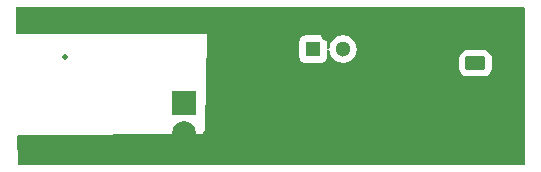
<source format=gbr>
%TF.GenerationSoftware,KiCad,Pcbnew,9.0.5*%
%TF.CreationDate,2025-10-22T19:19:06+02:00*%
%TF.ProjectId,Sonda Fetprobe,536f6e64-6120-4466-9574-70726f62652e,rev?*%
%TF.SameCoordinates,Original*%
%TF.FileFunction,Copper,L3,Inr*%
%TF.FilePolarity,Positive*%
%FSLAX46Y46*%
G04 Gerber Fmt 4.6, Leading zero omitted, Abs format (unit mm)*
G04 Created by KiCad (PCBNEW 9.0.5) date 2025-10-22 19:19:06*
%MOMM*%
%LPD*%
G01*
G04 APERTURE LIST*
G04 Aperture macros list*
%AMRoundRect*
0 Rectangle with rounded corners*
0 $1 Rounding radius*
0 $2 $3 $4 $5 $6 $7 $8 $9 X,Y pos of 4 corners*
0 Add a 4 corners polygon primitive as box body*
4,1,4,$2,$3,$4,$5,$6,$7,$8,$9,$2,$3,0*
0 Add four circle primitives for the rounded corners*
1,1,$1+$1,$2,$3*
1,1,$1+$1,$4,$5*
1,1,$1+$1,$6,$7*
1,1,$1+$1,$8,$9*
0 Add four rect primitives between the rounded corners*
20,1,$1+$1,$2,$3,$4,$5,0*
20,1,$1+$1,$4,$5,$6,$7,0*
20,1,$1+$1,$6,$7,$8,$9,0*
20,1,$1+$1,$8,$9,$2,$3,0*%
G04 Aperture macros list end*
%TA.AperFunction,ComponentPad*%
%ADD10R,1.300000X1.300000*%
%TD*%
%TA.AperFunction,ComponentPad*%
%ADD11C,1.300000*%
%TD*%
%TA.AperFunction,ComponentPad*%
%ADD12RoundRect,0.250000X0.625000X-0.350000X0.625000X0.350000X-0.625000X0.350000X-0.625000X-0.350000X0*%
%TD*%
%TA.AperFunction,ComponentPad*%
%ADD13O,1.750000X1.200000*%
%TD*%
%TA.AperFunction,ComponentPad*%
%ADD14R,2.000000X2.000000*%
%TD*%
%TA.AperFunction,ComponentPad*%
%ADD15C,2.000000*%
%TD*%
%TA.AperFunction,ViaPad*%
%ADD16C,0.500000*%
%TD*%
G04 APERTURE END LIST*
D10*
%TO.N,+9V*%
%TO.C,U1*%
X153200000Y-84290000D03*
D11*
%TO.N,GND*%
X154470000Y-83020000D03*
%TO.N,Net-(D2-K)*%
X155740000Y-84290000D03*
%TD*%
D12*
%TO.N,Net-(D2-A)*%
%TO.C,J2*%
X166950000Y-85500000D03*
D13*
%TO.N,GND*%
X166950000Y-83500000D03*
%TD*%
D14*
%TO.N,Net-(J1-Pin_1)*%
%TO.C,J1*%
X142280000Y-88850000D03*
D15*
%TO.N,GND*%
X142280000Y-91390000D03*
%TD*%
D16*
%TO.N,Net-(C1-Pad1)*%
X132200000Y-84947500D03*
%TO.N,GND*%
X140100000Y-81300000D03*
X136100000Y-81300000D03*
X132200000Y-81300000D03*
X144100000Y-91400000D03*
X133850000Y-82700000D03*
X132460000Y-92890000D03*
X129280000Y-92910000D03*
X147000000Y-82300000D03*
X138100000Y-81300000D03*
X142300000Y-93100000D03*
X170150000Y-90560000D03*
X142211118Y-81214466D03*
X143450000Y-82150000D03*
X166950000Y-82200000D03*
X157600000Y-81650000D03*
X154500000Y-81700000D03*
X148570000Y-81300000D03*
X150800000Y-83050000D03*
X138350000Y-92900000D03*
X150680000Y-92350000D03*
X134500000Y-93450000D03*
X168500000Y-83500000D03*
X167100000Y-90550000D03*
X165350000Y-83550000D03*
X130580000Y-82650000D03*
X136550000Y-92900000D03*
X128744072Y-82281111D03*
X130890000Y-92910000D03*
X140050000Y-92900000D03*
X154470000Y-85700000D03*
X157650000Y-90500000D03*
%TD*%
%TA.AperFunction,Conductor*%
%TO.N,GND*%
G36*
X171092539Y-80720185D02*
G01*
X171138294Y-80772989D01*
X171149500Y-80824500D01*
X171149500Y-93975500D01*
X171129815Y-94042539D01*
X171077011Y-94088294D01*
X171025500Y-94099500D01*
X128303021Y-94099500D01*
X128235982Y-94079815D01*
X128190227Y-94027011D01*
X128179022Y-93975917D01*
X128171251Y-91663160D01*
X128190710Y-91596054D01*
X128243360Y-91550122D01*
X128294973Y-91538743D01*
X144028355Y-91503966D01*
X144132764Y-86600498D01*
X144196821Y-83592135D01*
X152049500Y-83592135D01*
X152049500Y-84987870D01*
X152049501Y-84987876D01*
X152055908Y-85047483D01*
X152106202Y-85182328D01*
X152106206Y-85182335D01*
X152192452Y-85297544D01*
X152192455Y-85297547D01*
X152307664Y-85383793D01*
X152307671Y-85383797D01*
X152442517Y-85434091D01*
X152442516Y-85434091D01*
X152449444Y-85434835D01*
X152502127Y-85440500D01*
X153897872Y-85440499D01*
X153957483Y-85434091D01*
X154092331Y-85383796D01*
X154207546Y-85297546D01*
X154293796Y-85182331D01*
X154344091Y-85047483D01*
X154350500Y-84987873D01*
X154350499Y-84447125D01*
X154370183Y-84380089D01*
X154422987Y-84334334D01*
X154492146Y-84324390D01*
X154555702Y-84353415D01*
X154593476Y-84412193D01*
X154596972Y-84427729D01*
X154617829Y-84559410D01*
X154673787Y-84731636D01*
X154673788Y-84731639D01*
X154756006Y-84892997D01*
X154862441Y-85039494D01*
X154862445Y-85039499D01*
X154990500Y-85167554D01*
X154990505Y-85167558D01*
X155118287Y-85260396D01*
X155137006Y-85273996D01*
X155242484Y-85327740D01*
X155298360Y-85356211D01*
X155298363Y-85356212D01*
X155383251Y-85383793D01*
X155470591Y-85412171D01*
X155553429Y-85425291D01*
X155649449Y-85440500D01*
X155649454Y-85440500D01*
X155830551Y-85440500D01*
X155917259Y-85426765D01*
X156009409Y-85412171D01*
X156181639Y-85356211D01*
X156342994Y-85273996D01*
X156489501Y-85167553D01*
X156557071Y-85099983D01*
X165574500Y-85099983D01*
X165574500Y-85900001D01*
X165574501Y-85900019D01*
X165585000Y-86002796D01*
X165585001Y-86002799D01*
X165640185Y-86169331D01*
X165640186Y-86169334D01*
X165732288Y-86318656D01*
X165856344Y-86442712D01*
X166005666Y-86534814D01*
X166172203Y-86589999D01*
X166274991Y-86600500D01*
X167625008Y-86600499D01*
X167727797Y-86589999D01*
X167894334Y-86534814D01*
X168043656Y-86442712D01*
X168167712Y-86318656D01*
X168259814Y-86169334D01*
X168314999Y-86002797D01*
X168325500Y-85900009D01*
X168325499Y-85099992D01*
X168314999Y-84997203D01*
X168259814Y-84830666D01*
X168167712Y-84681344D01*
X168043656Y-84557288D01*
X167894334Y-84465186D01*
X167727797Y-84410001D01*
X167727795Y-84410000D01*
X167625010Y-84399500D01*
X166274998Y-84399500D01*
X166274981Y-84399501D01*
X166172203Y-84410000D01*
X166172200Y-84410001D01*
X166005668Y-84465185D01*
X166005663Y-84465187D01*
X165856342Y-84557289D01*
X165732289Y-84681342D01*
X165640187Y-84830663D01*
X165640185Y-84830668D01*
X165612349Y-84914670D01*
X165585001Y-84997203D01*
X165585001Y-84997204D01*
X165585000Y-84997204D01*
X165574500Y-85099983D01*
X156557071Y-85099983D01*
X156617553Y-85039501D01*
X156648284Y-84997204D01*
X156660947Y-84979772D01*
X156723996Y-84892994D01*
X156806211Y-84731639D01*
X156862171Y-84559409D01*
X156877095Y-84465185D01*
X156890500Y-84380551D01*
X156890500Y-84199448D01*
X156874019Y-84095397D01*
X156862171Y-84020591D01*
X156806211Y-83848361D01*
X156806211Y-83848360D01*
X156777740Y-83792484D01*
X156723996Y-83687006D01*
X156655069Y-83592135D01*
X156617558Y-83540505D01*
X156617554Y-83540500D01*
X156489499Y-83412445D01*
X156489494Y-83412441D01*
X156342997Y-83306006D01*
X156342996Y-83306005D01*
X156342994Y-83306004D01*
X156291300Y-83279664D01*
X156181639Y-83223788D01*
X156181636Y-83223787D01*
X156009410Y-83167829D01*
X155830551Y-83139500D01*
X155830546Y-83139500D01*
X155649454Y-83139500D01*
X155649449Y-83139500D01*
X155470589Y-83167829D01*
X155298363Y-83223787D01*
X155298360Y-83223788D01*
X155137002Y-83306006D01*
X154990505Y-83412441D01*
X154990500Y-83412445D01*
X154862445Y-83540500D01*
X154862441Y-83540505D01*
X154756006Y-83687002D01*
X154673788Y-83848360D01*
X154673787Y-83848363D01*
X154617829Y-84020589D01*
X154596972Y-84152271D01*
X154567042Y-84215405D01*
X154507731Y-84252336D01*
X154437868Y-84251338D01*
X154379636Y-84212728D01*
X154351522Y-84148764D01*
X154350499Y-84132872D01*
X154350499Y-83592129D01*
X154350498Y-83592123D01*
X154350497Y-83592116D01*
X154344091Y-83532517D01*
X154293796Y-83397669D01*
X154293795Y-83397668D01*
X154293793Y-83397664D01*
X154207547Y-83282455D01*
X154207544Y-83282452D01*
X154092335Y-83196206D01*
X154092328Y-83196202D01*
X153957482Y-83145908D01*
X153957483Y-83145908D01*
X153897883Y-83139501D01*
X153897881Y-83139500D01*
X153897873Y-83139500D01*
X153897864Y-83139500D01*
X152502129Y-83139500D01*
X152502123Y-83139501D01*
X152442516Y-83145908D01*
X152307671Y-83196202D01*
X152307664Y-83196206D01*
X152192455Y-83282452D01*
X152192452Y-83282455D01*
X152106206Y-83397664D01*
X152106202Y-83397671D01*
X152055908Y-83532517D01*
X152050141Y-83586166D01*
X152049501Y-83592123D01*
X152049500Y-83592135D01*
X144196821Y-83592135D01*
X144196948Y-83586166D01*
X144208790Y-83030000D01*
X128161541Y-83030000D01*
X128094502Y-83010315D01*
X128048747Y-82957511D01*
X128037543Y-82905368D01*
X128048147Y-80823868D01*
X128068172Y-80756930D01*
X128121209Y-80711445D01*
X128172145Y-80700500D01*
X171025500Y-80700500D01*
X171092539Y-80720185D01*
G37*
%TD.AperFunction*%
%TD*%
M02*

</source>
